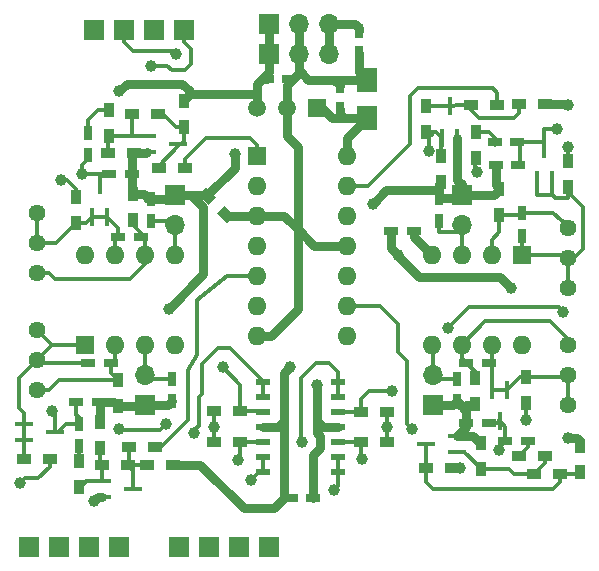
<source format=gbr>
G04 #@! TF.FileFunction,Copper,L1,Top,Signal*
%FSLAX46Y46*%
G04 Gerber Fmt 4.6, Leading zero omitted, Abs format (unit mm)*
G04 Created by KiCad (PCBNEW 4.0.6) date 07/20/17 01:45:34*
%MOMM*%
%LPD*%
G01*
G04 APERTURE LIST*
%ADD10C,0.100000*%
%ADD11R,0.900000X1.200000*%
%ADD12R,1.143000X0.508000*%
%ADD13R,0.750000X1.200000*%
%ADD14R,1.200000X0.750000*%
%ADD15R,1.200000X0.900000*%
%ADD16R,1.500000X0.450000*%
%ADD17R,0.450000X1.500000*%
%ADD18R,1.700000X1.700000*%
%ADD19O,1.700000X1.700000*%
%ADD20R,1.600000X1.600000*%
%ADD21O,1.600000X1.600000*%
%ADD22C,1.440000*%
%ADD23R,1.800000X2.150000*%
%ADD24C,1.520000*%
%ADD25R,1.520000X1.520000*%
%ADD26C,1.000000*%
%ADD27C,0.800000*%
%ADD28C,0.300000*%
G04 APERTURE END LIST*
D10*
D11*
X40132000Y-89238000D03*
X40132000Y-87038000D03*
D12*
X21717000Y-81915000D03*
X21717000Y-83185000D03*
X21717000Y-84455000D03*
X21717000Y-85725000D03*
X21717000Y-86995000D03*
X21717000Y-88265000D03*
X21717000Y-89535000D03*
X28067000Y-89535000D03*
X28067000Y-88265000D03*
X28067000Y-85725000D03*
X28067000Y-84455000D03*
X28067000Y-83185000D03*
X28067000Y-81915000D03*
X28067000Y-86995000D03*
D13*
X13970000Y-81600000D03*
X13970000Y-83500000D03*
X12192000Y-68260000D03*
X12192000Y-66360000D03*
D14*
X32578000Y-69088000D03*
X34478000Y-69088000D03*
X6924000Y-80264000D03*
X8824000Y-80264000D03*
X9464000Y-69596000D03*
X11364000Y-69596000D03*
X24069000Y-91694000D03*
X25969000Y-91694000D03*
X22037000Y-56261000D03*
X23937000Y-56261000D03*
D13*
X29845000Y-54036000D03*
X29845000Y-52136000D03*
D14*
X5908000Y-83566000D03*
X7808000Y-83566000D03*
X8702000Y-64262000D03*
X10602000Y-64262000D03*
D13*
X6096000Y-87310000D03*
X6096000Y-85410000D03*
X6858000Y-60772000D03*
X6858000Y-62672000D03*
X28194000Y-58735000D03*
X28194000Y-56835000D03*
X36622000Y-68232000D03*
X36622000Y-66332000D03*
X38100000Y-81600000D03*
X38100000Y-83500000D03*
X43607000Y-69502000D03*
X43607000Y-67602000D03*
D14*
X40828000Y-80264000D03*
X38928000Y-80264000D03*
X43287000Y-63472000D03*
X41387000Y-63472000D03*
X40828000Y-85344000D03*
X38928000Y-85344000D03*
X41341000Y-61595000D03*
X43241000Y-61595000D03*
X44130000Y-86868000D03*
X42230000Y-86868000D03*
D11*
X9398000Y-81704000D03*
X9398000Y-83904000D03*
X10668000Y-68156000D03*
X10668000Y-65956000D03*
D15*
X3640000Y-88392000D03*
X1440000Y-88392000D03*
D11*
X5842000Y-66210000D03*
X5842000Y-68410000D03*
D15*
X19769000Y-86995000D03*
X17569000Y-86995000D03*
X19769000Y-84328000D03*
X17569000Y-84328000D03*
D10*
G36*
X16259721Y-66045117D02*
X16896117Y-65408721D01*
X17744645Y-66257249D01*
X17108249Y-66893645D01*
X16259721Y-66045117D01*
X16259721Y-66045117D01*
G37*
G36*
X17815355Y-67600751D02*
X18451751Y-66964355D01*
X19300279Y-67812883D01*
X18663883Y-68449279D01*
X17815355Y-67600751D01*
X17815355Y-67600751D01*
G37*
D11*
X6096000Y-90762000D03*
X6096000Y-88562000D03*
X8636000Y-61044000D03*
X8636000Y-58844000D03*
D15*
X10244000Y-88900000D03*
X8044000Y-88900000D03*
D11*
X7874000Y-87460000D03*
X7874000Y-85260000D03*
D15*
X12784000Y-59182000D03*
X10584000Y-59182000D03*
X8552000Y-62484000D03*
X10752000Y-62484000D03*
X14054000Y-88900000D03*
X11854000Y-88900000D03*
D11*
X14986000Y-58082000D03*
X14986000Y-60282000D03*
D15*
X12530000Y-87376000D03*
X10330000Y-87376000D03*
X15070000Y-63754000D03*
X12870000Y-63754000D03*
D11*
X41702000Y-67747000D03*
X41702000Y-65547000D03*
X39624000Y-81577000D03*
X39624000Y-83777000D03*
X47544000Y-63134000D03*
X47544000Y-65334000D03*
X43942000Y-83650000D03*
X43942000Y-81450000D03*
D15*
X30015000Y-84455000D03*
X32215000Y-84455000D03*
X30015000Y-86995000D03*
X32215000Y-86995000D03*
D11*
X39750000Y-62958000D03*
X39750000Y-60758000D03*
D15*
X45550000Y-88138000D03*
X43350000Y-88138000D03*
D11*
X35500000Y-58508000D03*
X35500000Y-60708000D03*
X36750000Y-62758000D03*
X36750000Y-64958000D03*
D15*
X46820000Y-89662000D03*
X44620000Y-89662000D03*
X45600000Y-58358000D03*
X43400000Y-58358000D03*
D11*
X48514000Y-87292000D03*
X48514000Y-89492000D03*
D15*
X41532000Y-58392000D03*
X39332000Y-58392000D03*
X37676000Y-89154000D03*
X35476000Y-89154000D03*
D16*
X1464000Y-85456000D03*
X1464000Y-86756000D03*
X4124000Y-86106000D03*
D17*
X7224000Y-67878000D03*
X8524000Y-67878000D03*
X7874000Y-65218000D03*
D18*
X22225000Y-54102000D03*
D19*
X24765000Y-54102000D03*
X27305000Y-54102000D03*
D18*
X22225000Y-51562000D03*
D19*
X24765000Y-51562000D03*
X27305000Y-51562000D03*
D16*
X38160000Y-87772000D03*
X38160000Y-86472000D03*
X35500000Y-87122000D03*
D17*
X36850000Y-61188000D03*
X38150000Y-61188000D03*
X37500000Y-58528000D03*
X42396000Y-82552000D03*
X41096000Y-82552000D03*
X41746000Y-85212000D03*
X44862000Y-64802000D03*
X46162000Y-64802000D03*
X45512000Y-62142000D03*
D16*
X11878000Y-61072000D03*
X11878000Y-62372000D03*
X14538000Y-61722000D03*
X8068000Y-90282000D03*
X8068000Y-91582000D03*
X10728000Y-90932000D03*
D20*
X43607000Y-71092000D03*
D21*
X35987000Y-78712000D03*
X41067000Y-71092000D03*
X38527000Y-78712000D03*
X38527000Y-71092000D03*
X41067000Y-78712000D03*
X35987000Y-71092000D03*
X43607000Y-78712000D03*
D20*
X6604000Y-78740000D03*
D21*
X14224000Y-71120000D03*
X9144000Y-78740000D03*
X11684000Y-71120000D03*
X11684000Y-78740000D03*
X9144000Y-71120000D03*
X14224000Y-78740000D03*
X6604000Y-71120000D03*
D22*
X47498000Y-78740000D03*
X47498000Y-81280000D03*
X47498000Y-83820000D03*
X47498000Y-68834000D03*
X47498000Y-71374000D03*
X47498000Y-73914000D03*
X2540000Y-72644000D03*
X2540000Y-70104000D03*
X2540000Y-67564000D03*
X2540000Y-82550000D03*
X2540000Y-80010000D03*
X2540000Y-77470000D03*
D18*
X36068000Y-83820000D03*
D19*
X36068000Y-81280000D03*
D18*
X38527000Y-66012000D03*
D19*
X38527000Y-68552000D03*
D18*
X14224000Y-66040000D03*
D19*
X14224000Y-68580000D03*
D18*
X11684000Y-83820000D03*
D19*
X11684000Y-81280000D03*
D18*
X14986000Y-52070000D03*
X12446000Y-52070000D03*
X22225000Y-95885000D03*
X19685000Y-95885000D03*
X9525000Y-95885000D03*
X6985000Y-95885000D03*
X9906000Y-52070000D03*
X7366000Y-52070000D03*
X17145000Y-95885000D03*
X14605000Y-95885000D03*
X4445000Y-95885000D03*
X1905000Y-95885000D03*
D23*
X30480000Y-59537000D03*
X30480000Y-56287000D03*
D20*
X21209000Y-62738000D03*
D21*
X28829000Y-77978000D03*
X21209000Y-65278000D03*
X28829000Y-75438000D03*
X21209000Y-67818000D03*
X28829000Y-72898000D03*
X21209000Y-70358000D03*
X28829000Y-70358000D03*
X21209000Y-72898000D03*
X28829000Y-67818000D03*
X21209000Y-75438000D03*
X28829000Y-65278000D03*
X21209000Y-77978000D03*
X28829000Y-62738000D03*
D24*
X23749000Y-58674000D03*
X21209000Y-58674000D03*
D25*
X26289000Y-58674000D03*
D26*
X9525000Y-57277000D03*
X42672000Y-73914000D03*
X24003000Y-80645000D03*
X33147000Y-71120000D03*
X47498000Y-58420000D03*
X47498000Y-86614000D03*
X30988000Y-66802000D03*
X19304000Y-62611000D03*
X13716000Y-75692000D03*
X7366000Y-91948000D03*
X3810000Y-84328000D03*
X19558000Y-88519000D03*
X13462000Y-85471000D03*
X9525000Y-85852000D03*
X6350000Y-64262000D03*
X18288000Y-80645000D03*
X46609000Y-60452000D03*
X47117000Y-75946000D03*
X37338000Y-77343000D03*
X32639000Y-82677000D03*
X30099000Y-88392000D03*
X41656000Y-87630000D03*
X1143000Y-90424000D03*
X4572000Y-64770000D03*
X20701000Y-90170000D03*
X15875000Y-86233000D03*
X14351000Y-54102000D03*
X47498000Y-61976000D03*
X43942000Y-85090000D03*
X25019000Y-86995000D03*
X27686000Y-91059000D03*
X12192000Y-55118000D03*
X32215000Y-85725000D03*
X17526000Y-85725000D03*
X35750000Y-62358000D03*
X39797000Y-64107000D03*
X38354000Y-89154000D03*
X34290000Y-85852000D03*
X26289000Y-82169000D03*
D27*
X14859000Y-56642000D02*
X15494000Y-57277000D01*
X15494000Y-57531000D02*
X15494000Y-57277000D01*
X10160000Y-56642000D02*
X14859000Y-56642000D01*
X9525000Y-57277000D02*
X10160000Y-56642000D01*
X33147000Y-71120000D02*
X33147000Y-71247000D01*
X41783000Y-73025000D02*
X42672000Y-73914000D01*
X34925000Y-73025000D02*
X41783000Y-73025000D01*
X33147000Y-71247000D02*
X34925000Y-73025000D01*
X32578000Y-69088000D02*
X32578000Y-70551000D01*
X32578000Y-70551000D02*
X33147000Y-71120000D01*
X14054000Y-88900000D02*
X16383000Y-88900000D01*
X23495000Y-91694000D02*
X23495000Y-85217000D01*
X22606000Y-92583000D02*
X23495000Y-91694000D01*
X20066000Y-92583000D02*
X22606000Y-92583000D01*
X16383000Y-88900000D02*
X20066000Y-92583000D01*
X22987000Y-85725000D02*
X21717000Y-85725000D01*
X23495000Y-85217000D02*
X22987000Y-85725000D01*
X23495000Y-81153000D02*
X23495000Y-85217000D01*
X24003000Y-80645000D02*
X23495000Y-81153000D01*
X14986000Y-58082000D02*
X14986000Y-58039000D01*
X14986000Y-58039000D02*
X15494000Y-57531000D01*
X15494000Y-57531000D02*
X21209000Y-57531000D01*
X22037000Y-56261000D02*
X21590000Y-56261000D01*
X21590000Y-56261000D02*
X21209000Y-56642000D01*
X21209000Y-58674000D02*
X21209000Y-57531000D01*
X21209000Y-57531000D02*
X21209000Y-56642000D01*
X22225000Y-55626000D02*
X22225000Y-54102000D01*
X21209000Y-56642000D02*
X22225000Y-55626000D01*
X22225000Y-51562000D02*
X22225000Y-54102000D01*
X45600000Y-58358000D02*
X47436000Y-58358000D01*
X47436000Y-58358000D02*
X47498000Y-58420000D01*
X48514000Y-87292000D02*
X48514000Y-86868000D01*
X48514000Y-86868000D02*
X48260000Y-86614000D01*
X48260000Y-86614000D02*
X47498000Y-86614000D01*
D28*
X13970000Y-81600000D02*
X12004000Y-81600000D01*
X12004000Y-81600000D02*
X11684000Y-81280000D01*
X11684000Y-81280000D02*
X11684000Y-78740000D01*
D27*
X30988000Y-66802000D02*
X32131000Y-65659000D01*
X36622000Y-65659000D02*
X32131000Y-65659000D01*
X19304000Y-63754000D02*
X17002183Y-66055817D01*
X19304000Y-62611000D02*
X19304000Y-63754000D01*
X17002183Y-66055817D02*
X17002183Y-66151183D01*
X17160817Y-66151183D02*
X17002183Y-66151183D01*
X15621000Y-66040000D02*
X15494000Y-66040000D01*
X16637000Y-67056000D02*
X15621000Y-66040000D01*
X16637000Y-72771000D02*
X16637000Y-67056000D01*
X13716000Y-75692000D02*
X16637000Y-72771000D01*
X14224000Y-66040000D02*
X15494000Y-66040000D01*
X15494000Y-66040000D02*
X16891000Y-66040000D01*
X16891000Y-66040000D02*
X17002183Y-66151183D01*
X11684000Y-83820000D02*
X13650000Y-83820000D01*
X13650000Y-83820000D02*
X13970000Y-83500000D01*
X9398000Y-83904000D02*
X11600000Y-83904000D01*
X11600000Y-83904000D02*
X11684000Y-83820000D01*
X7874000Y-85260000D02*
X7874000Y-83632000D01*
X7874000Y-83632000D02*
X7808000Y-83566000D01*
X7808000Y-83566000D02*
X9060000Y-83566000D01*
X9060000Y-83566000D02*
X9398000Y-83904000D01*
X8068000Y-91582000D02*
X7732000Y-91582000D01*
X7732000Y-91582000D02*
X7366000Y-91948000D01*
X10602000Y-64262000D02*
X10602000Y-62634000D01*
X10602000Y-62634000D02*
X10752000Y-62484000D01*
X10752000Y-62484000D02*
X11766000Y-62484000D01*
X11766000Y-62484000D02*
X11878000Y-62372000D01*
X10602000Y-64262000D02*
X10602000Y-65890000D01*
X10602000Y-65890000D02*
X10668000Y-65956000D01*
X12192000Y-66360000D02*
X12004000Y-66360000D01*
X12004000Y-66360000D02*
X11600000Y-65956000D01*
X11600000Y-65956000D02*
X10668000Y-65956000D01*
X12192000Y-66360000D02*
X13904000Y-66360000D01*
X13904000Y-66360000D02*
X14224000Y-66040000D01*
X36068000Y-83820000D02*
X37780000Y-83820000D01*
X37780000Y-83820000D02*
X38100000Y-83500000D01*
X38928000Y-85344000D02*
X38928000Y-85704000D01*
X38928000Y-85704000D02*
X38160000Y-86472000D01*
X40132000Y-87038000D02*
X40048000Y-87038000D01*
X40048000Y-87038000D02*
X39482000Y-86472000D01*
X39482000Y-86472000D02*
X38160000Y-86472000D01*
X38928000Y-85344000D02*
X38928000Y-84328000D01*
X38928000Y-84328000D02*
X38100000Y-83500000D01*
X39624000Y-83777000D02*
X38504000Y-83904000D01*
X38504000Y-83904000D02*
X38100000Y-83500000D01*
X36622000Y-66332000D02*
X36622000Y-65659000D01*
X36622000Y-65659000D02*
X36622000Y-65086000D01*
X36622000Y-65086000D02*
X36750000Y-64958000D01*
X38527000Y-66012000D02*
X38527000Y-65135000D01*
X38150000Y-64758000D02*
X38150000Y-61188000D01*
X38527000Y-65135000D02*
X38150000Y-64758000D01*
X38527000Y-66012000D02*
X38527000Y-65385000D01*
X41387000Y-65232000D02*
X41702000Y-65547000D01*
X36750000Y-64958000D02*
X36750000Y-65128000D01*
X36622000Y-66332000D02*
X38207000Y-66332000D01*
X38207000Y-66332000D02*
X38527000Y-66012000D01*
X38527000Y-66012000D02*
X41237000Y-66012000D01*
X41237000Y-66012000D02*
X41702000Y-65547000D01*
X41387000Y-63472000D02*
X41387000Y-65232000D01*
D28*
X14224000Y-68580000D02*
X14224000Y-71120000D01*
X12192000Y-68260000D02*
X13904000Y-68260000D01*
X13904000Y-68260000D02*
X14224000Y-68580000D01*
X6924000Y-80264000D02*
X2794000Y-80264000D01*
X2794000Y-80264000D02*
X2540000Y-80010000D01*
X1464000Y-85456000D02*
X1464000Y-84522000D01*
X1016000Y-81534000D02*
X2540000Y-80010000D01*
X1016000Y-84074000D02*
X1016000Y-81534000D01*
X1464000Y-84522000D02*
X1016000Y-84074000D01*
X1464000Y-85456000D02*
X1464000Y-86756000D01*
X1440000Y-88392000D02*
X1440000Y-86780000D01*
X1440000Y-86780000D02*
X1464000Y-86756000D01*
X2540000Y-80010000D02*
X3810000Y-78740000D01*
X6604000Y-78740000D02*
X3810000Y-78740000D01*
X3810000Y-78740000D02*
X2540000Y-77470000D01*
X2540000Y-82550000D02*
X3556000Y-82550000D01*
X4402000Y-81704000D02*
X9398000Y-81704000D01*
X3556000Y-82550000D02*
X4402000Y-81704000D01*
X8824000Y-80264000D02*
X8824000Y-81130000D01*
X8824000Y-81130000D02*
X9398000Y-81704000D01*
X9144000Y-78740000D02*
X9144000Y-79944000D01*
X9144000Y-79944000D02*
X8824000Y-80264000D01*
X9464000Y-69596000D02*
X9464000Y-68818000D01*
X9464000Y-68818000D02*
X8524000Y-67878000D01*
X8524000Y-67878000D02*
X7224000Y-67878000D01*
X5842000Y-68410000D02*
X6692000Y-68410000D01*
X6692000Y-68410000D02*
X7224000Y-67878000D01*
X2540000Y-70104000D02*
X4148000Y-70104000D01*
X4148000Y-70104000D02*
X5842000Y-68410000D01*
X2540000Y-70104000D02*
X2540000Y-67564000D01*
X9144000Y-71120000D02*
X9144000Y-69916000D01*
X9144000Y-69916000D02*
X9464000Y-69596000D01*
X11364000Y-69596000D02*
X11364000Y-69276000D01*
X11364000Y-69276000D02*
X10668000Y-68580000D01*
X10668000Y-68580000D02*
X10668000Y-68156000D01*
X2540000Y-72644000D02*
X3556000Y-72644000D01*
X10414000Y-73152000D02*
X11684000Y-71882000D01*
X4064000Y-73152000D02*
X10414000Y-73152000D01*
X3556000Y-72644000D02*
X4064000Y-73152000D01*
X11684000Y-71882000D02*
X11684000Y-71120000D01*
X11684000Y-71120000D02*
X11684000Y-69916000D01*
X11684000Y-69916000D02*
X11364000Y-69596000D01*
D27*
X21209000Y-77978000D02*
X22352000Y-77978000D01*
X24638000Y-75692000D02*
X24638000Y-68961000D01*
X22352000Y-77978000D02*
X24638000Y-75692000D01*
X21209000Y-67818000D02*
X18669000Y-67818000D01*
X18669000Y-67818000D02*
X18557817Y-67706817D01*
X23937000Y-56261000D02*
X24257000Y-56261000D01*
X24257000Y-56261000D02*
X24892000Y-55626000D01*
X29845000Y-54036000D02*
X29845000Y-55652000D01*
X29845000Y-55652000D02*
X30480000Y-56287000D01*
X28194000Y-56835000D02*
X28194000Y-56769000D01*
X28194000Y-56769000D02*
X27712000Y-56287000D01*
X30480000Y-56287000D02*
X27712000Y-56287000D01*
X27712000Y-56287000D02*
X25553000Y-56287000D01*
X25553000Y-56287000D02*
X24892000Y-55626000D01*
X24892000Y-55626000D02*
X24765000Y-55499000D01*
X23749000Y-58674000D02*
X23749000Y-61087000D01*
X24638000Y-61976000D02*
X24638000Y-68961000D01*
X23749000Y-61087000D02*
X24638000Y-61976000D01*
X24765000Y-54102000D02*
X24765000Y-55499000D01*
X24765000Y-55499000D02*
X24765000Y-55753000D01*
X23749000Y-56769000D02*
X23749000Y-58674000D01*
X24765000Y-55753000D02*
X23749000Y-56769000D01*
X21209000Y-67818000D02*
X23495000Y-67818000D01*
X23495000Y-67818000D02*
X24638000Y-68961000D01*
X26035000Y-70358000D02*
X28829000Y-70358000D01*
X24638000Y-68961000D02*
X26035000Y-70358000D01*
X24765000Y-51562000D02*
X24765000Y-54102000D01*
D28*
X4124000Y-84642000D02*
X3810000Y-84328000D01*
X4124000Y-86106000D02*
X4124000Y-84642000D01*
X19769000Y-88308000D02*
X19769000Y-86995000D01*
X19558000Y-88519000D02*
X19769000Y-88308000D01*
X12954000Y-85979000D02*
X13462000Y-85471000D01*
X9652000Y-85979000D02*
X12954000Y-85979000D01*
X9525000Y-85852000D02*
X9652000Y-85979000D01*
X19769000Y-86995000D02*
X21717000Y-86995000D01*
X4124000Y-86106000D02*
X4318000Y-86106000D01*
X4318000Y-86106000D02*
X5014000Y-85410000D01*
X5014000Y-85410000D02*
X6096000Y-85410000D01*
X6096000Y-85410000D02*
X6096000Y-84836000D01*
X6096000Y-84836000D02*
X5908000Y-84648000D01*
X5908000Y-84648000D02*
X5908000Y-83566000D01*
X19769000Y-82126000D02*
X19769000Y-84328000D01*
X18288000Y-80645000D02*
X19769000Y-82126000D01*
X19769000Y-84328000D02*
X21590000Y-84328000D01*
X21590000Y-84328000D02*
X21717000Y-84455000D01*
X6858000Y-62672000D02*
X6858000Y-62992000D01*
X6858000Y-62992000D02*
X6350000Y-63500000D01*
X6350000Y-63500000D02*
X6350000Y-64262000D01*
X7874000Y-65218000D02*
X7874000Y-64262000D01*
X7874000Y-64262000D02*
X7620000Y-64262000D01*
X8702000Y-64262000D02*
X7620000Y-64262000D01*
X7620000Y-64262000D02*
X6350000Y-64262000D01*
X6096000Y-88562000D02*
X6096000Y-87310000D01*
X6858000Y-60772000D02*
X6858000Y-59690000D01*
X7704000Y-58844000D02*
X8636000Y-58844000D01*
X6858000Y-59690000D02*
X7704000Y-58844000D01*
D27*
X28829000Y-62738000D02*
X28829000Y-61188000D01*
X28829000Y-61188000D02*
X30480000Y-59537000D01*
X28194000Y-58735000D02*
X28194000Y-59182000D01*
X28194000Y-59182000D02*
X28549000Y-59537000D01*
X26289000Y-58674000D02*
X26670000Y-58674000D01*
X26670000Y-58674000D02*
X27533000Y-59537000D01*
X27533000Y-59537000D02*
X28549000Y-59537000D01*
X28549000Y-59537000D02*
X30480000Y-59537000D01*
D28*
X36622000Y-68232000D02*
X36622000Y-69187000D01*
X37892000Y-69187000D02*
X38527000Y-69187000D01*
X36622000Y-69187000D02*
X37892000Y-69187000D01*
X38527000Y-69187000D02*
X38527000Y-68552000D01*
X38527000Y-71092000D02*
X38527000Y-68552000D01*
X36068000Y-81280000D02*
X36068000Y-78793000D01*
X36068000Y-78793000D02*
X35987000Y-78712000D01*
X38100000Y-81600000D02*
X36388000Y-81600000D01*
X36388000Y-81600000D02*
X36068000Y-81280000D01*
X47498000Y-71374000D02*
X48006000Y-71374000D01*
X48006000Y-71374000D02*
X48768000Y-70612000D01*
X48768000Y-67056000D02*
X47544000Y-65832000D01*
X48768000Y-70612000D02*
X48768000Y-67056000D01*
X47544000Y-65832000D02*
X47544000Y-65334000D01*
X47498000Y-73914000D02*
X47498000Y-71374000D01*
X43607000Y-71092000D02*
X47216000Y-71092000D01*
X47216000Y-71092000D02*
X47498000Y-71374000D01*
X43607000Y-71092000D02*
X43607000Y-69502000D01*
X47544000Y-65334000D02*
X47544000Y-66266000D01*
X46162000Y-64802000D02*
X46162000Y-65997000D01*
X46162000Y-65997000D02*
X46431000Y-66266000D01*
X46431000Y-66266000D02*
X47544000Y-66266000D01*
X44862000Y-64802000D02*
X44862000Y-65997000D01*
X46147000Y-66012000D02*
X46162000Y-65997000D01*
X44877000Y-66012000D02*
X46147000Y-66012000D01*
X44862000Y-65997000D02*
X44877000Y-66012000D01*
X47498000Y-68684000D02*
X46244000Y-67602000D01*
X47498000Y-68834000D02*
X47498000Y-68684000D01*
X46244000Y-67602000D02*
X43607000Y-67602000D01*
X41702000Y-67747000D02*
X43462000Y-67747000D01*
X43462000Y-67747000D02*
X43607000Y-67602000D01*
X41847000Y-67602000D02*
X41702000Y-67747000D01*
X41702000Y-69187000D02*
X41702000Y-67747000D01*
X41067000Y-71092000D02*
X41067000Y-69822000D01*
X41067000Y-69822000D02*
X41702000Y-69187000D01*
X47498000Y-81280000D02*
X47498000Y-83820000D01*
X43942000Y-81450000D02*
X43498000Y-81450000D01*
X43498000Y-81450000D02*
X42396000Y-82552000D01*
X43942000Y-81450000D02*
X47328000Y-81450000D01*
X47328000Y-81450000D02*
X47498000Y-81280000D01*
X41067000Y-78712000D02*
X41067000Y-80025000D01*
X41067000Y-80025000D02*
X40828000Y-80264000D01*
X41096000Y-82552000D02*
X41096000Y-80532000D01*
X41096000Y-80532000D02*
X40828000Y-80264000D01*
X42396000Y-82552000D02*
X41096000Y-82552000D01*
X47498000Y-78740000D02*
X47498000Y-78232000D01*
X47498000Y-78232000D02*
X45974000Y-76708000D01*
X45974000Y-76708000D02*
X40531000Y-76708000D01*
X40531000Y-76708000D02*
X38527000Y-78712000D01*
X38527000Y-78712000D02*
X38527000Y-79863000D01*
X38527000Y-79863000D02*
X38928000Y-80264000D01*
X39624000Y-81577000D02*
X39624000Y-80960000D01*
X39624000Y-80960000D02*
X38928000Y-80264000D01*
X30015000Y-84455000D02*
X30015000Y-83355000D01*
X46609000Y-60452000D02*
X45512000Y-60452000D01*
X46736000Y-75565000D02*
X47117000Y-75946000D01*
X39116000Y-75565000D02*
X46736000Y-75565000D01*
X37338000Y-77343000D02*
X39116000Y-75565000D01*
X30693000Y-82677000D02*
X32639000Y-82677000D01*
X30015000Y-83355000D02*
X30693000Y-82677000D01*
X45512000Y-60452000D02*
X45466000Y-60452000D01*
X45466000Y-60452000D02*
X45512000Y-60452000D01*
X30015000Y-84455000D02*
X28067000Y-84455000D01*
X43287000Y-63472000D02*
X43287000Y-63607000D01*
X45512000Y-60452000D02*
X45512000Y-62142000D01*
X43437000Y-61567000D02*
X45512000Y-61567000D01*
X45512000Y-61567000D02*
X45512000Y-62142000D01*
X43437000Y-61567000D02*
X43437000Y-63322000D01*
X43437000Y-63322000D02*
X43287000Y-63472000D01*
X43497000Y-61507000D02*
X43437000Y-61567000D01*
X42230000Y-86868000D02*
X42230000Y-86929000D01*
X42230000Y-86929000D02*
X41656000Y-87503000D01*
X30015000Y-88308000D02*
X30015000Y-86995000D01*
X30099000Y-88392000D02*
X30015000Y-88308000D01*
X41656000Y-87503000D02*
X41656000Y-87630000D01*
X30015000Y-86995000D02*
X28067000Y-86995000D01*
X42230000Y-86868000D02*
X42230000Y-85696000D01*
X42230000Y-85696000D02*
X41746000Y-85212000D01*
X41656000Y-85302000D02*
X41746000Y-85212000D01*
X40828000Y-85344000D02*
X41614000Y-85344000D01*
X41614000Y-85344000D02*
X41746000Y-84958000D01*
X39750000Y-60758000D02*
X40842000Y-60758000D01*
X40842000Y-60758000D02*
X41341000Y-61257000D01*
X41341000Y-61257000D02*
X41341000Y-61595000D01*
X39797000Y-60297000D02*
X39500000Y-60758000D01*
X41341000Y-61595000D02*
X41341000Y-61849000D01*
X44130000Y-86868000D02*
X44130000Y-87358000D01*
X44130000Y-87358000D02*
X43350000Y-88138000D01*
X1143000Y-90424000D02*
X1524000Y-90043000D01*
X1524000Y-90043000D02*
X2667000Y-90043000D01*
X2667000Y-90043000D02*
X3640000Y-89070000D01*
X3640000Y-89070000D02*
X3640000Y-88392000D01*
X3640000Y-88392000D02*
X3640000Y-88476000D01*
X5842000Y-65532000D02*
X5842000Y-66210000D01*
X5080000Y-64770000D02*
X4572000Y-64770000D01*
X5842000Y-65532000D02*
X5080000Y-64770000D01*
X20701000Y-90170000D02*
X21336000Y-89535000D01*
X21717000Y-89535000D02*
X21336000Y-89535000D01*
X21717000Y-89535000D02*
X21717000Y-88265000D01*
X18923000Y-78994000D02*
X17907000Y-78994000D01*
X17907000Y-78994000D02*
X16510000Y-80391000D01*
X16510000Y-80391000D02*
X16510000Y-82931000D01*
X16510000Y-82931000D02*
X16256000Y-83185000D01*
X16256000Y-83185000D02*
X16256000Y-85598000D01*
X16256000Y-85598000D02*
X15875000Y-85979000D01*
X15875000Y-85979000D02*
X15875000Y-86233000D01*
X18923000Y-78994000D02*
X21717000Y-81788000D01*
X21717000Y-81915000D02*
X21717000Y-81788000D01*
X21717000Y-83185000D02*
X21717000Y-81915000D01*
X9906000Y-53086000D02*
X9906000Y-52070000D01*
X10668000Y-53848000D02*
X9906000Y-53086000D01*
X14097000Y-53848000D02*
X10668000Y-53848000D01*
X14351000Y-54102000D02*
X14097000Y-53848000D01*
X47544000Y-63134000D02*
X47544000Y-62022000D01*
X47544000Y-62022000D02*
X47498000Y-61976000D01*
X43942000Y-83650000D02*
X43942000Y-85090000D01*
X25146000Y-81280000D02*
X26162000Y-80264000D01*
X25019000Y-86995000D02*
X24892000Y-86868000D01*
X24892000Y-86868000D02*
X24892000Y-81534000D01*
X24892000Y-81534000D02*
X25146000Y-81280000D01*
X28067000Y-81026000D02*
X28067000Y-81915000D01*
X27305000Y-80264000D02*
X28067000Y-81026000D01*
X26162000Y-80264000D02*
X27305000Y-80264000D01*
X28067000Y-83185000D02*
X28067000Y-81915000D01*
X28067000Y-89535000D02*
X28067000Y-90678000D01*
X28067000Y-90678000D02*
X27686000Y-91059000D01*
X28067000Y-88265000D02*
X28067000Y-89535000D01*
X12192000Y-55118000D02*
X13589000Y-55118000D01*
X14986000Y-53086000D02*
X14986000Y-52070000D01*
X15621000Y-53721000D02*
X14986000Y-53086000D01*
X15621000Y-54991000D02*
X15621000Y-53721000D01*
X15113000Y-55499000D02*
X15621000Y-54991000D01*
X13970000Y-55499000D02*
X15113000Y-55499000D01*
X13589000Y-55118000D02*
X13970000Y-55499000D01*
X17526000Y-85725000D02*
X17569000Y-85725000D01*
X17569000Y-85725000D02*
X17526000Y-85725000D01*
X17526000Y-85725000D02*
X17569000Y-85725000D01*
X32215000Y-84455000D02*
X32215000Y-85725000D01*
X32215000Y-85725000D02*
X32215000Y-86995000D01*
X17569000Y-84328000D02*
X17569000Y-85725000D01*
X17569000Y-85725000D02*
X17569000Y-86995000D01*
X7874000Y-87460000D02*
X7874000Y-88730000D01*
X7874000Y-88730000D02*
X8044000Y-88900000D01*
X8044000Y-88900000D02*
X8044000Y-90258000D01*
X8044000Y-90258000D02*
X8068000Y-90282000D01*
X6096000Y-90762000D02*
X6266000Y-90762000D01*
X6266000Y-90762000D02*
X6746000Y-90282000D01*
X6746000Y-90282000D02*
X8068000Y-90282000D01*
X11878000Y-61072000D02*
X10526000Y-61072000D01*
X10584000Y-61014000D02*
X10584000Y-59182000D01*
X10526000Y-61072000D02*
X10584000Y-61014000D01*
X11878000Y-61072000D02*
X8664000Y-61072000D01*
X8664000Y-61072000D02*
X8636000Y-61044000D01*
X8552000Y-62484000D02*
X8552000Y-61128000D01*
X8552000Y-61128000D02*
X8636000Y-61044000D01*
X10728000Y-90932000D02*
X10728000Y-89384000D01*
X10728000Y-89384000D02*
X10244000Y-88900000D01*
X10330000Y-87376000D02*
X10330000Y-88814000D01*
X10330000Y-88814000D02*
X10244000Y-88900000D01*
X11854000Y-88900000D02*
X10244000Y-88900000D01*
X12870000Y-63754000D02*
X12870000Y-63584000D01*
X12870000Y-63584000D02*
X14538000Y-61916000D01*
X14538000Y-61916000D02*
X14538000Y-61722000D01*
X14538000Y-61722000D02*
X14732000Y-61722000D01*
X14732000Y-61722000D02*
X14986000Y-61468000D01*
X14986000Y-61468000D02*
X14986000Y-60282000D01*
X12784000Y-59182000D02*
X13208000Y-59182000D01*
X13208000Y-59182000D02*
X14308000Y-60282000D01*
X14308000Y-60282000D02*
X14986000Y-60282000D01*
X12530000Y-87376000D02*
X13081000Y-87376000D01*
X13081000Y-87376000D02*
X15367000Y-85090000D01*
X15367000Y-85090000D02*
X15367000Y-80899000D01*
X15367000Y-80899000D02*
X16129000Y-79629000D01*
X16129000Y-79629000D02*
X16129000Y-74930000D01*
X16129000Y-74930000D02*
X18669000Y-72898000D01*
X18669000Y-72898000D02*
X21209000Y-72898000D01*
X21209000Y-62738000D02*
X21209000Y-61849000D01*
X15070000Y-63035000D02*
X15070000Y-63754000D01*
X16891000Y-61214000D02*
X15070000Y-63035000D01*
X20574000Y-61214000D02*
X16891000Y-61214000D01*
X21209000Y-61849000D02*
X20574000Y-61214000D01*
X35500000Y-60708000D02*
X36370000Y-60708000D01*
X36370000Y-60708000D02*
X36850000Y-61188000D01*
X36750000Y-62758000D02*
X36750000Y-61288000D01*
X36750000Y-61288000D02*
X36850000Y-61188000D01*
X35980000Y-60938000D02*
X35750000Y-60708000D01*
X36865000Y-61203000D02*
X36850000Y-61188000D01*
X39500000Y-62958000D02*
X39797000Y-64107000D01*
X35750000Y-62358000D02*
X35750000Y-60708000D01*
X44620000Y-89662000D02*
X42926000Y-89662000D01*
X42502000Y-89238000D02*
X40132000Y-89238000D01*
X42926000Y-89662000D02*
X42502000Y-89238000D01*
X45550000Y-88138000D02*
X45550000Y-88732000D01*
X45550000Y-88732000D02*
X44620000Y-89662000D01*
X45296000Y-88288000D02*
X45146000Y-88138000D01*
X38160000Y-87772000D02*
X38750000Y-87772000D01*
X38750000Y-87772000D02*
X40132000Y-89154000D01*
X40132000Y-89154000D02*
X40132000Y-89238000D01*
X43400000Y-58358000D02*
X43400000Y-59089000D01*
X39332000Y-58890000D02*
X39332000Y-58392000D01*
X40005000Y-59563000D02*
X39332000Y-58890000D01*
X42926000Y-59563000D02*
X40005000Y-59563000D01*
X43400000Y-59089000D02*
X42926000Y-59563000D01*
X37500000Y-58528000D02*
X35520000Y-58528000D01*
X35520000Y-58528000D02*
X35500000Y-58508000D01*
X37500000Y-58528000D02*
X39272000Y-58332000D01*
X39272000Y-58332000D02*
X39332000Y-58392000D01*
X37500000Y-57953000D02*
X37500000Y-58528000D01*
X46820000Y-89662000D02*
X46820000Y-90340000D01*
X35476000Y-90340000D02*
X35476000Y-89154000D01*
X36068000Y-90932000D02*
X35476000Y-90340000D01*
X46228000Y-90932000D02*
X36068000Y-90932000D01*
X46820000Y-90340000D02*
X46228000Y-90932000D01*
X46820000Y-89662000D02*
X48344000Y-89662000D01*
X48344000Y-89662000D02*
X48514000Y-89492000D01*
X35476000Y-89154000D02*
X35476000Y-87146000D01*
X35476000Y-87146000D02*
X35500000Y-87122000D01*
X28829000Y-65278000D02*
X30607000Y-65278000D01*
X41532000Y-57407000D02*
X41532000Y-58392000D01*
X41148000Y-57023000D02*
X41532000Y-57407000D01*
X34798000Y-57023000D02*
X41148000Y-57023000D01*
X34163000Y-57658000D02*
X34798000Y-57023000D01*
X34163000Y-61722000D02*
X34163000Y-57658000D01*
X30607000Y-65278000D02*
X34163000Y-61722000D01*
X37676000Y-89154000D02*
X38354000Y-89154000D01*
X31623000Y-75438000D02*
X28829000Y-75438000D01*
X33147000Y-76962000D02*
X31623000Y-75438000D01*
X33147000Y-79375000D02*
X33147000Y-76962000D01*
X33909000Y-80137000D02*
X33147000Y-79375000D01*
X33909000Y-85471000D02*
X33909000Y-80137000D01*
X34290000Y-85852000D02*
X33909000Y-85471000D01*
D27*
X26289000Y-85217000D02*
X26289000Y-86233000D01*
X25969000Y-88077000D02*
X25969000Y-91694000D01*
X26543000Y-87503000D02*
X25969000Y-88077000D01*
X26543000Y-86487000D02*
X26543000Y-87503000D01*
X26289000Y-86233000D02*
X26543000Y-86487000D01*
X34478000Y-69088000D02*
X34478000Y-69583000D01*
X34478000Y-69583000D02*
X35987000Y-71092000D01*
X28067000Y-85725000D02*
X26797000Y-85725000D01*
X26289000Y-85217000D02*
X26289000Y-82169000D01*
X26797000Y-85725000D02*
X26289000Y-85217000D01*
X27305000Y-51562000D02*
X29464000Y-51562000D01*
X29464000Y-51562000D02*
X29845000Y-51943000D01*
X29845000Y-51943000D02*
X29845000Y-52136000D01*
X27305000Y-51562000D02*
X27305000Y-54102000D01*
M02*

</source>
